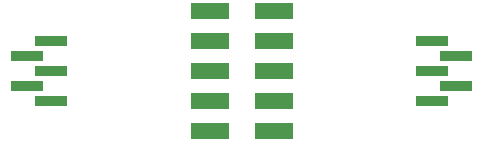
<source format=gbs>
%FSLAX24Y24*%
%MOIN*%
G70*
G01*
G75*
G04 Layer_Color=16711935*
%ADD10R,0.1000X0.0291*%
%ADD11R,0.1250X0.0500*%
%ADD12C,0.0120*%
%ADD13C,0.0400*%
%ADD14C,0.0039*%
%ADD15C,0.0100*%
%ADD16R,0.0315X0.0540*%
%ADD17R,0.1060X0.0351*%
%ADD18R,0.1310X0.0560*%
D17*
X-6350Y1000D02*
D03*
X-7150Y500D02*
D03*
X-6350Y0D02*
D03*
X-7150Y-500D02*
D03*
X-6350Y-1000D02*
D03*
X6350D02*
D03*
X7150Y-500D02*
D03*
X6350Y0D02*
D03*
X7150Y500D02*
D03*
X6350Y1000D02*
D03*
D18*
X1075Y-2000D02*
D03*
Y-1000D02*
D03*
Y0D02*
D03*
Y1000D02*
D03*
Y2000D02*
D03*
X-1075Y-2000D02*
D03*
Y-1000D02*
D03*
Y0D02*
D03*
Y1000D02*
D03*
Y2000D02*
D03*
M02*

</source>
